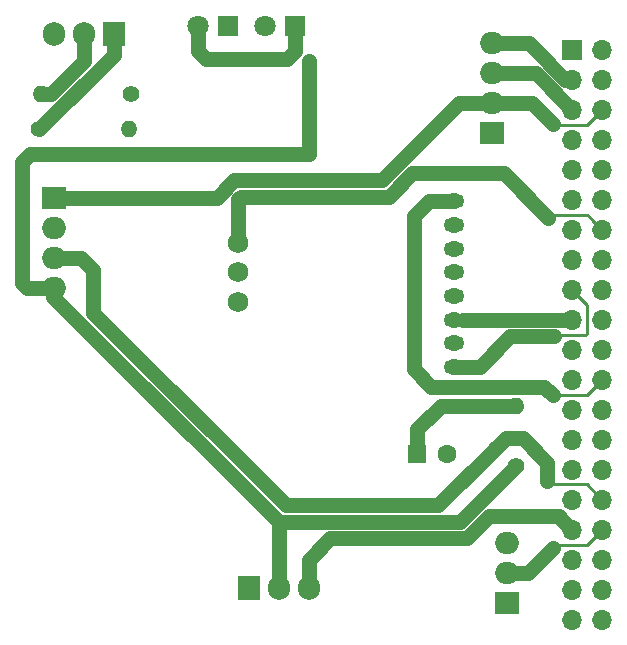
<source format=gbl>
G04 #@! TF.GenerationSoftware,KiCad,Pcbnew,(5.0.0-rc2-dev-482-gf81c77cd4)*
G04 #@! TF.CreationDate,2018-06-29T22:25:28+02:00*
G04 #@! TF.ProjectId,ha_plattform,68615F706C617474666F726D2E6B6963,rev?*
G04 #@! TF.SameCoordinates,Original*
G04 #@! TF.FileFunction,Copper,L2,Bot,Signal*
G04 #@! TF.FilePolarity,Positive*
%FSLAX46Y46*%
G04 Gerber Fmt 4.6, Leading zero omitted, Abs format (unit mm)*
G04 Created by KiCad (PCBNEW (5.0.0-rc2-dev-482-gf81c77cd4)) date Fri Jun 29 22:25:28 2018*
%MOMM*%
%LPD*%
G01*
G04 APERTURE LIST*
%ADD10O,1.905000X2.000000*%
%ADD11R,1.905000X2.000000*%
%ADD12O,2.000000X1.905000*%
%ADD13R,2.000000X1.905000*%
%ADD14R,1.600000X1.600000*%
%ADD15C,1.600000*%
%ADD16R,1.800000X1.800000*%
%ADD17C,1.800000*%
%ADD18O,1.750000X1.300000*%
%ADD19C,1.750000*%
%ADD20O,1.700000X1.700000*%
%ADD21R,1.700000X1.700000*%
%ADD22C,1.400000*%
%ADD23O,1.400000X1.400000*%
%ADD24C,0.600000*%
%ADD25C,1.270000*%
%ADD26C,0.250000*%
G04 APERTURE END LIST*
D10*
X46900000Y-68990000D03*
X44360000Y-68990000D03*
D11*
X41820000Y-68990000D03*
D12*
X25290000Y-43590000D03*
X25290000Y-41050000D03*
X25290000Y-38510000D03*
D13*
X25290000Y-35970000D03*
D12*
X63700000Y-65230000D03*
X63700000Y-67770000D03*
D13*
X63700000Y-70310000D03*
D10*
X25330000Y-22140000D03*
X27870000Y-22140000D03*
D11*
X30410000Y-22140000D03*
D14*
X56050000Y-57670000D03*
D15*
X58550000Y-57670000D03*
D16*
X40010000Y-21460000D03*
D17*
X37470000Y-21460000D03*
D16*
X45730000Y-21410000D03*
D17*
X43190000Y-21410000D03*
D18*
X59200000Y-50300000D03*
X59200000Y-48300000D03*
X59200000Y-46300000D03*
X59200000Y-44300000D03*
X59200000Y-42300000D03*
X59200000Y-40300000D03*
X59200000Y-38300000D03*
X59200000Y-36300000D03*
D19*
X40920000Y-39800000D03*
X40920000Y-42300000D03*
X40920000Y-44800000D03*
D20*
X71690000Y-71700000D03*
X69150000Y-71700000D03*
X71690000Y-69160000D03*
X69150000Y-69160000D03*
X71690000Y-66620000D03*
X69150000Y-66620000D03*
X71690000Y-64080000D03*
X69150000Y-64080000D03*
X71690000Y-61540000D03*
X69150000Y-61540000D03*
X71690000Y-59000000D03*
X69150000Y-59000000D03*
X71690000Y-56460000D03*
X69150000Y-56460000D03*
X71690000Y-53920000D03*
X69150000Y-53920000D03*
X71690000Y-51380000D03*
X69150000Y-51380000D03*
X71690000Y-48840000D03*
X69150000Y-48840000D03*
X71690000Y-46300000D03*
X69150000Y-46300000D03*
X71690000Y-43760000D03*
X69150000Y-43760000D03*
X71690000Y-41220000D03*
X69150000Y-41220000D03*
X71690000Y-38680000D03*
X69150000Y-38680000D03*
X71690000Y-36140000D03*
X69150000Y-36140000D03*
X71690000Y-33600000D03*
X69150000Y-33600000D03*
X71690000Y-31060000D03*
X69150000Y-31060000D03*
X71690000Y-28520000D03*
X69150000Y-28520000D03*
X71690000Y-25980000D03*
X69150000Y-25980000D03*
X71690000Y-23440000D03*
D21*
X69150000Y-23440000D03*
D22*
X64420000Y-58690000D03*
D23*
X64420000Y-53610000D03*
D22*
X31790000Y-27200000D03*
D23*
X24170000Y-27200000D03*
X31700000Y-30190000D03*
D22*
X24080000Y-30190000D03*
D12*
X62400000Y-22910000D03*
X62400000Y-25450000D03*
X62400000Y-27990000D03*
D13*
X62400000Y-30530000D03*
D24*
X46890000Y-24370000D03*
D25*
X30410000Y-23860000D02*
X30410000Y-22140000D01*
X24080000Y-30190000D02*
X30410000Y-23860000D01*
X25094330Y-27200000D02*
X24170000Y-27200000D01*
X27870000Y-22140000D02*
X27870000Y-24424330D01*
X27870000Y-24424330D02*
X25094330Y-27200000D01*
X45730000Y-21410000D02*
X45649762Y-21410000D01*
X37470000Y-23550000D02*
X37470000Y-21460000D01*
X38160000Y-24240000D02*
X37470000Y-23550000D01*
X45730000Y-21410000D02*
X45730000Y-23580000D01*
X45070000Y-24240000D02*
X38160000Y-24240000D01*
X45730000Y-23580000D02*
X45070000Y-24240000D01*
X44340000Y-63432500D02*
X44340000Y-66624000D01*
X25270000Y-44362500D02*
X44340000Y-63432500D01*
X44340000Y-66624000D02*
X44340000Y-68910000D01*
X66080000Y-25450000D02*
X69150000Y-28520000D01*
X62400000Y-25450000D02*
X66080000Y-25450000D01*
X68650000Y-25980000D02*
X69150000Y-25980000D01*
X67240000Y-24634330D02*
X68617835Y-26012165D01*
X68617835Y-26012165D02*
X68650000Y-25980000D01*
X67240000Y-24601602D02*
X67240000Y-24634330D01*
X62400000Y-22910000D02*
X65548398Y-22910000D01*
X65548398Y-22910000D02*
X67240000Y-24601602D01*
X58040000Y-53610000D02*
X64420000Y-53610000D01*
X56050000Y-57670000D02*
X56050000Y-55600000D01*
X56050000Y-55600000D02*
X58040000Y-53610000D01*
X57055000Y-36300000D02*
X55790000Y-37565000D01*
X59200000Y-36300000D02*
X57055000Y-36300000D01*
X55790000Y-50490000D02*
X57270000Y-51970000D01*
X55790000Y-37565000D02*
X55790000Y-50490000D01*
X57270000Y-51970000D02*
X66820000Y-51970000D01*
X66820000Y-51970000D02*
X67570000Y-52720000D01*
D26*
X67620000Y-52670000D02*
X67570000Y-52720000D01*
X71690000Y-51380000D02*
X70400000Y-52670000D01*
X70400000Y-52670000D02*
X67620000Y-52670000D01*
D25*
X59920000Y-46300000D02*
X69150000Y-46300000D01*
X59610000Y-27990000D02*
X62400000Y-27990000D01*
X53080000Y-34520000D02*
X59610000Y-27990000D01*
X62400000Y-27990000D02*
X65790000Y-27990000D01*
X65790000Y-27990000D02*
X67530000Y-29730000D01*
D26*
X70840001Y-29369999D02*
X70830001Y-29369999D01*
X71690000Y-28520000D02*
X70840001Y-29369999D01*
X70830001Y-29369999D02*
X70400000Y-29800000D01*
X67600000Y-29800000D02*
X67530000Y-29730000D01*
X70400000Y-29800000D02*
X67600000Y-29800000D01*
D25*
X39101340Y-35970000D02*
X40551340Y-34520000D01*
X40551340Y-34520000D02*
X53080000Y-34520000D01*
X25290000Y-35970000D02*
X39101340Y-35970000D01*
X59677500Y-63432500D02*
X64420000Y-58690000D01*
X44340000Y-63432500D02*
X59677500Y-63432500D01*
X23020000Y-43590000D02*
X25290000Y-43590000D01*
X22640000Y-43210000D02*
X23020000Y-43590000D01*
X22640000Y-32970000D02*
X22640000Y-43210000D01*
X23310000Y-32300000D02*
X22640000Y-32970000D01*
X46870000Y-32300000D02*
X23310000Y-32300000D01*
X46870000Y-24415670D02*
X46870000Y-32300000D01*
X68300001Y-63230001D02*
X69150000Y-64080000D01*
X46880000Y-68910000D02*
X46880000Y-66624000D01*
X46880000Y-66624000D02*
X48674490Y-64829510D01*
X60256160Y-64829510D02*
X62115670Y-62970000D01*
X48674490Y-64829510D02*
X60256160Y-64829510D01*
X68040000Y-62970000D02*
X68300001Y-63230001D01*
X62115670Y-62970000D02*
X68040000Y-62970000D01*
D26*
X71690000Y-61540000D02*
X70400000Y-60250000D01*
D25*
X25290000Y-41050000D02*
X26270000Y-41050000D01*
X28620000Y-42110000D02*
X28620000Y-45736830D01*
X25290000Y-41050000D02*
X27560000Y-41050000D01*
X27560000Y-41050000D02*
X28620000Y-42110000D01*
X28620000Y-45736830D02*
X44918660Y-62035490D01*
X44918660Y-62035490D02*
X57844510Y-62035490D01*
X62652001Y-57227999D02*
X62652001Y-57207999D01*
X57844510Y-62035490D02*
X62652001Y-57227999D01*
D26*
X70400000Y-60250000D02*
X67330000Y-60250000D01*
D25*
X62652001Y-57227999D02*
X62682001Y-57227999D01*
X62682001Y-57227999D02*
X63560000Y-56350000D01*
X63560000Y-56350000D02*
X64980000Y-56350000D01*
X64980000Y-56350000D02*
X67050000Y-58420000D01*
X67050000Y-58420000D02*
X67050000Y-59950000D01*
D26*
X70840001Y-37830001D02*
X70840001Y-37790001D01*
X71690000Y-38680000D02*
X70840001Y-37830001D01*
D25*
X40920000Y-39800000D02*
X40920000Y-36127010D01*
X40920000Y-36127010D02*
X41130000Y-35917010D01*
X41130000Y-35917010D02*
X53658661Y-35917009D01*
X53658661Y-35917009D02*
X55665670Y-33910000D01*
X55665670Y-33910000D02*
X63420000Y-33910000D01*
D26*
X70840001Y-37790001D02*
X70460000Y-37410000D01*
X67440000Y-37410000D02*
X67180000Y-37670000D01*
X70460000Y-37410000D02*
X67440000Y-37410000D01*
D25*
X63420000Y-33910000D02*
X67180000Y-37670000D01*
X63700000Y-67770000D02*
X65430000Y-67770000D01*
X65430000Y-67770000D02*
X67580000Y-65620000D01*
D26*
X67850000Y-65350000D02*
X67580000Y-65620000D01*
X71690000Y-64080000D02*
X70420000Y-65350000D01*
X70420000Y-65350000D02*
X67850000Y-65350000D01*
D25*
X61345000Y-50300000D02*
X63947990Y-47697010D01*
X59200000Y-50300000D02*
X61345000Y-50300000D01*
X63947990Y-47697010D02*
X67620000Y-47697010D01*
D26*
X69150000Y-43760000D02*
X70460000Y-45070000D01*
X70460000Y-45070000D02*
X70460000Y-47470000D01*
X70460000Y-47470000D02*
X70350000Y-47580000D01*
X67737010Y-47580000D02*
X67620000Y-47697010D01*
X70350000Y-47580000D02*
X67737010Y-47580000D01*
M02*

</source>
